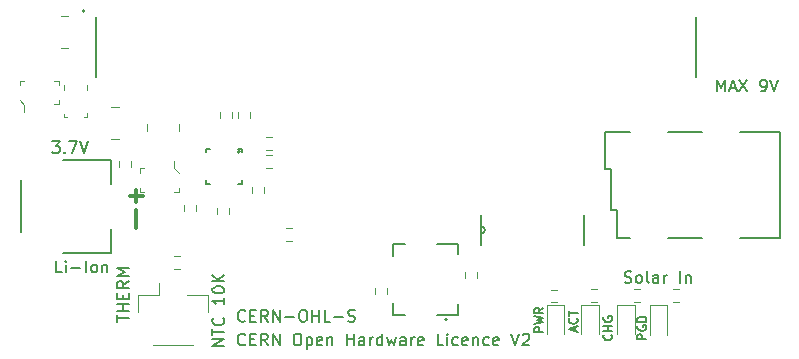
<source format=gbr>
%TF.GenerationSoftware,KiCad,Pcbnew,8.0.1*%
%TF.CreationDate,2024-04-10T20:13:32+08:00*%
%TF.ProjectId,Photon_Power_Zero_PCB_r1_01,50686f74-6f6e-45f5-906f-7765725f5a65,rev?*%
%TF.SameCoordinates,Original*%
%TF.FileFunction,Legend,Top*%
%TF.FilePolarity,Positive*%
%FSLAX46Y46*%
G04 Gerber Fmt 4.6, Leading zero omitted, Abs format (unit mm)*
G04 Created by KiCad (PCBNEW 8.0.1) date 2024-04-10 20:13:32*
%MOMM*%
%LPD*%
G01*
G04 APERTURE LIST*
%ADD10C,0.187500*%
%ADD11C,0.200000*%
%ADD12C,0.300000*%
%ADD13C,0.120000*%
%ADD14C,0.152400*%
%ADD15C,0.100000*%
%ADD16C,0.127000*%
G04 APERTURE END LIST*
D10*
X178874178Y-104193787D02*
X178874178Y-103836645D01*
X179088464Y-104265216D02*
X178338464Y-104015216D01*
X178338464Y-104015216D02*
X179088464Y-103765216D01*
X179017035Y-103086645D02*
X179052750Y-103122359D01*
X179052750Y-103122359D02*
X179088464Y-103229502D01*
X179088464Y-103229502D02*
X179088464Y-103300930D01*
X179088464Y-103300930D02*
X179052750Y-103408073D01*
X179052750Y-103408073D02*
X178981321Y-103479502D01*
X178981321Y-103479502D02*
X178909892Y-103515216D01*
X178909892Y-103515216D02*
X178767035Y-103550930D01*
X178767035Y-103550930D02*
X178659892Y-103550930D01*
X178659892Y-103550930D02*
X178517035Y-103515216D01*
X178517035Y-103515216D02*
X178445607Y-103479502D01*
X178445607Y-103479502D02*
X178374178Y-103408073D01*
X178374178Y-103408073D02*
X178338464Y-103300930D01*
X178338464Y-103300930D02*
X178338464Y-103229502D01*
X178338464Y-103229502D02*
X178374178Y-103122359D01*
X178374178Y-103122359D02*
X178409892Y-103086645D01*
X178338464Y-102872359D02*
X178338464Y-102443788D01*
X179088464Y-102658073D02*
X178338464Y-102658073D01*
D11*
X149167219Y-105430326D02*
X148167219Y-105430326D01*
X148167219Y-105430326D02*
X149167219Y-104858898D01*
X149167219Y-104858898D02*
X148167219Y-104858898D01*
X148167219Y-104525564D02*
X148167219Y-103954136D01*
X149167219Y-104239850D02*
X148167219Y-104239850D01*
X149071980Y-103049374D02*
X149119600Y-103096993D01*
X149119600Y-103096993D02*
X149167219Y-103239850D01*
X149167219Y-103239850D02*
X149167219Y-103335088D01*
X149167219Y-103335088D02*
X149119600Y-103477945D01*
X149119600Y-103477945D02*
X149024361Y-103573183D01*
X149024361Y-103573183D02*
X148929123Y-103620802D01*
X148929123Y-103620802D02*
X148738647Y-103668421D01*
X148738647Y-103668421D02*
X148595790Y-103668421D01*
X148595790Y-103668421D02*
X148405314Y-103620802D01*
X148405314Y-103620802D02*
X148310076Y-103573183D01*
X148310076Y-103573183D02*
X148214838Y-103477945D01*
X148214838Y-103477945D02*
X148167219Y-103335088D01*
X148167219Y-103335088D02*
X148167219Y-103239850D01*
X148167219Y-103239850D02*
X148214838Y-103096993D01*
X148214838Y-103096993D02*
X148262457Y-103049374D01*
X149167219Y-101335088D02*
X149167219Y-101906516D01*
X149167219Y-101620802D02*
X148167219Y-101620802D01*
X148167219Y-101620802D02*
X148310076Y-101716040D01*
X148310076Y-101716040D02*
X148405314Y-101811278D01*
X148405314Y-101811278D02*
X148452933Y-101906516D01*
X148167219Y-100716040D02*
X148167219Y-100620802D01*
X148167219Y-100620802D02*
X148214838Y-100525564D01*
X148214838Y-100525564D02*
X148262457Y-100477945D01*
X148262457Y-100477945D02*
X148357695Y-100430326D01*
X148357695Y-100430326D02*
X148548171Y-100382707D01*
X148548171Y-100382707D02*
X148786266Y-100382707D01*
X148786266Y-100382707D02*
X148976742Y-100430326D01*
X148976742Y-100430326D02*
X149071980Y-100477945D01*
X149071980Y-100477945D02*
X149119600Y-100525564D01*
X149119600Y-100525564D02*
X149167219Y-100620802D01*
X149167219Y-100620802D02*
X149167219Y-100716040D01*
X149167219Y-100716040D02*
X149119600Y-100811278D01*
X149119600Y-100811278D02*
X149071980Y-100858897D01*
X149071980Y-100858897D02*
X148976742Y-100906516D01*
X148976742Y-100906516D02*
X148786266Y-100954135D01*
X148786266Y-100954135D02*
X148548171Y-100954135D01*
X148548171Y-100954135D02*
X148357695Y-100906516D01*
X148357695Y-100906516D02*
X148262457Y-100858897D01*
X148262457Y-100858897D02*
X148214838Y-100811278D01*
X148214838Y-100811278D02*
X148167219Y-100716040D01*
X149167219Y-99954135D02*
X148167219Y-99954135D01*
X149167219Y-99382707D02*
X148595790Y-99811278D01*
X148167219Y-99382707D02*
X148738647Y-99954135D01*
D10*
X181937035Y-104459502D02*
X181972750Y-104495216D01*
X181972750Y-104495216D02*
X182008464Y-104602359D01*
X182008464Y-104602359D02*
X182008464Y-104673787D01*
X182008464Y-104673787D02*
X181972750Y-104780930D01*
X181972750Y-104780930D02*
X181901321Y-104852359D01*
X181901321Y-104852359D02*
X181829892Y-104888073D01*
X181829892Y-104888073D02*
X181687035Y-104923787D01*
X181687035Y-104923787D02*
X181579892Y-104923787D01*
X181579892Y-104923787D02*
X181437035Y-104888073D01*
X181437035Y-104888073D02*
X181365607Y-104852359D01*
X181365607Y-104852359D02*
X181294178Y-104780930D01*
X181294178Y-104780930D02*
X181258464Y-104673787D01*
X181258464Y-104673787D02*
X181258464Y-104602359D01*
X181258464Y-104602359D02*
X181294178Y-104495216D01*
X181294178Y-104495216D02*
X181329892Y-104459502D01*
X182008464Y-104138073D02*
X181258464Y-104138073D01*
X181615607Y-104138073D02*
X181615607Y-103709502D01*
X182008464Y-103709502D02*
X181258464Y-103709502D01*
X181294178Y-102959502D02*
X181258464Y-103030931D01*
X181258464Y-103030931D02*
X181258464Y-103138073D01*
X181258464Y-103138073D02*
X181294178Y-103245216D01*
X181294178Y-103245216D02*
X181365607Y-103316645D01*
X181365607Y-103316645D02*
X181437035Y-103352359D01*
X181437035Y-103352359D02*
X181579892Y-103388073D01*
X181579892Y-103388073D02*
X181687035Y-103388073D01*
X181687035Y-103388073D02*
X181829892Y-103352359D01*
X181829892Y-103352359D02*
X181901321Y-103316645D01*
X181901321Y-103316645D02*
X181972750Y-103245216D01*
X181972750Y-103245216D02*
X182008464Y-103138073D01*
X182008464Y-103138073D02*
X182008464Y-103066645D01*
X182008464Y-103066645D02*
X181972750Y-102959502D01*
X181972750Y-102959502D02*
X181937035Y-102923788D01*
X181937035Y-102923788D02*
X181687035Y-102923788D01*
X181687035Y-102923788D02*
X181687035Y-103066645D01*
D11*
X183062054Y-100039600D02*
X183204911Y-100087219D01*
X183204911Y-100087219D02*
X183443006Y-100087219D01*
X183443006Y-100087219D02*
X183538244Y-100039600D01*
X183538244Y-100039600D02*
X183585863Y-99991980D01*
X183585863Y-99991980D02*
X183633482Y-99896742D01*
X183633482Y-99896742D02*
X183633482Y-99801504D01*
X183633482Y-99801504D02*
X183585863Y-99706266D01*
X183585863Y-99706266D02*
X183538244Y-99658647D01*
X183538244Y-99658647D02*
X183443006Y-99611028D01*
X183443006Y-99611028D02*
X183252530Y-99563409D01*
X183252530Y-99563409D02*
X183157292Y-99515790D01*
X183157292Y-99515790D02*
X183109673Y-99468171D01*
X183109673Y-99468171D02*
X183062054Y-99372933D01*
X183062054Y-99372933D02*
X183062054Y-99277695D01*
X183062054Y-99277695D02*
X183109673Y-99182457D01*
X183109673Y-99182457D02*
X183157292Y-99134838D01*
X183157292Y-99134838D02*
X183252530Y-99087219D01*
X183252530Y-99087219D02*
X183490625Y-99087219D01*
X183490625Y-99087219D02*
X183633482Y-99134838D01*
X184204911Y-100087219D02*
X184109673Y-100039600D01*
X184109673Y-100039600D02*
X184062054Y-99991980D01*
X184062054Y-99991980D02*
X184014435Y-99896742D01*
X184014435Y-99896742D02*
X184014435Y-99611028D01*
X184014435Y-99611028D02*
X184062054Y-99515790D01*
X184062054Y-99515790D02*
X184109673Y-99468171D01*
X184109673Y-99468171D02*
X184204911Y-99420552D01*
X184204911Y-99420552D02*
X184347768Y-99420552D01*
X184347768Y-99420552D02*
X184443006Y-99468171D01*
X184443006Y-99468171D02*
X184490625Y-99515790D01*
X184490625Y-99515790D02*
X184538244Y-99611028D01*
X184538244Y-99611028D02*
X184538244Y-99896742D01*
X184538244Y-99896742D02*
X184490625Y-99991980D01*
X184490625Y-99991980D02*
X184443006Y-100039600D01*
X184443006Y-100039600D02*
X184347768Y-100087219D01*
X184347768Y-100087219D02*
X184204911Y-100087219D01*
X185109673Y-100087219D02*
X185014435Y-100039600D01*
X185014435Y-100039600D02*
X184966816Y-99944361D01*
X184966816Y-99944361D02*
X184966816Y-99087219D01*
X185919197Y-100087219D02*
X185919197Y-99563409D01*
X185919197Y-99563409D02*
X185871578Y-99468171D01*
X185871578Y-99468171D02*
X185776340Y-99420552D01*
X185776340Y-99420552D02*
X185585864Y-99420552D01*
X185585864Y-99420552D02*
X185490626Y-99468171D01*
X185919197Y-100039600D02*
X185823959Y-100087219D01*
X185823959Y-100087219D02*
X185585864Y-100087219D01*
X185585864Y-100087219D02*
X185490626Y-100039600D01*
X185490626Y-100039600D02*
X185443007Y-99944361D01*
X185443007Y-99944361D02*
X185443007Y-99849123D01*
X185443007Y-99849123D02*
X185490626Y-99753885D01*
X185490626Y-99753885D02*
X185585864Y-99706266D01*
X185585864Y-99706266D02*
X185823959Y-99706266D01*
X185823959Y-99706266D02*
X185919197Y-99658647D01*
X186395388Y-100087219D02*
X186395388Y-99420552D01*
X186395388Y-99611028D02*
X186443007Y-99515790D01*
X186443007Y-99515790D02*
X186490626Y-99468171D01*
X186490626Y-99468171D02*
X186585864Y-99420552D01*
X186585864Y-99420552D02*
X186681102Y-99420552D01*
X187776341Y-100087219D02*
X187776341Y-99087219D01*
X188252531Y-99420552D02*
X188252531Y-100087219D01*
X188252531Y-99515790D02*
X188300150Y-99468171D01*
X188300150Y-99468171D02*
X188395388Y-99420552D01*
X188395388Y-99420552D02*
X188538245Y-99420552D01*
X188538245Y-99420552D02*
X188633483Y-99468171D01*
X188633483Y-99468171D02*
X188681102Y-99563409D01*
X188681102Y-99563409D02*
X188681102Y-100087219D01*
X134604435Y-88097219D02*
X135223482Y-88097219D01*
X135223482Y-88097219D02*
X134890149Y-88478171D01*
X134890149Y-88478171D02*
X135033006Y-88478171D01*
X135033006Y-88478171D02*
X135128244Y-88525790D01*
X135128244Y-88525790D02*
X135175863Y-88573409D01*
X135175863Y-88573409D02*
X135223482Y-88668647D01*
X135223482Y-88668647D02*
X135223482Y-88906742D01*
X135223482Y-88906742D02*
X135175863Y-89001980D01*
X135175863Y-89001980D02*
X135128244Y-89049600D01*
X135128244Y-89049600D02*
X135033006Y-89097219D01*
X135033006Y-89097219D02*
X134747292Y-89097219D01*
X134747292Y-89097219D02*
X134652054Y-89049600D01*
X134652054Y-89049600D02*
X134604435Y-89001980D01*
X135652054Y-89001980D02*
X135699673Y-89049600D01*
X135699673Y-89049600D02*
X135652054Y-89097219D01*
X135652054Y-89097219D02*
X135604435Y-89049600D01*
X135604435Y-89049600D02*
X135652054Y-89001980D01*
X135652054Y-89001980D02*
X135652054Y-89097219D01*
X136033006Y-88097219D02*
X136699672Y-88097219D01*
X136699672Y-88097219D02*
X136271101Y-89097219D01*
X136937768Y-88097219D02*
X137271101Y-89097219D01*
X137271101Y-89097219D02*
X137604434Y-88097219D01*
X190869673Y-83867219D02*
X190869673Y-82867219D01*
X190869673Y-82867219D02*
X191203006Y-83581504D01*
X191203006Y-83581504D02*
X191536339Y-82867219D01*
X191536339Y-82867219D02*
X191536339Y-83867219D01*
X191964911Y-83581504D02*
X192441101Y-83581504D01*
X191869673Y-83867219D02*
X192203006Y-82867219D01*
X192203006Y-82867219D02*
X192536339Y-83867219D01*
X192774435Y-82867219D02*
X193441101Y-83867219D01*
X193441101Y-82867219D02*
X192774435Y-83867219D01*
X194631578Y-83867219D02*
X194822054Y-83867219D01*
X194822054Y-83867219D02*
X194917292Y-83819600D01*
X194917292Y-83819600D02*
X194964911Y-83771980D01*
X194964911Y-83771980D02*
X195060149Y-83629123D01*
X195060149Y-83629123D02*
X195107768Y-83438647D01*
X195107768Y-83438647D02*
X195107768Y-83057695D01*
X195107768Y-83057695D02*
X195060149Y-82962457D01*
X195060149Y-82962457D02*
X195012530Y-82914838D01*
X195012530Y-82914838D02*
X194917292Y-82867219D01*
X194917292Y-82867219D02*
X194726816Y-82867219D01*
X194726816Y-82867219D02*
X194631578Y-82914838D01*
X194631578Y-82914838D02*
X194583959Y-82962457D01*
X194583959Y-82962457D02*
X194536340Y-83057695D01*
X194536340Y-83057695D02*
X194536340Y-83295790D01*
X194536340Y-83295790D02*
X194583959Y-83391028D01*
X194583959Y-83391028D02*
X194631578Y-83438647D01*
X194631578Y-83438647D02*
X194726816Y-83486266D01*
X194726816Y-83486266D02*
X194917292Y-83486266D01*
X194917292Y-83486266D02*
X195012530Y-83438647D01*
X195012530Y-83438647D02*
X195060149Y-83391028D01*
X195060149Y-83391028D02*
X195107768Y-83295790D01*
X195393483Y-82867219D02*
X195726816Y-83867219D01*
X195726816Y-83867219D02*
X196060149Y-82867219D01*
D10*
X184898464Y-104858073D02*
X184148464Y-104858073D01*
X184148464Y-104858073D02*
X184148464Y-104572359D01*
X184148464Y-104572359D02*
X184184178Y-104500930D01*
X184184178Y-104500930D02*
X184219892Y-104465216D01*
X184219892Y-104465216D02*
X184291321Y-104429502D01*
X184291321Y-104429502D02*
X184398464Y-104429502D01*
X184398464Y-104429502D02*
X184469892Y-104465216D01*
X184469892Y-104465216D02*
X184505607Y-104500930D01*
X184505607Y-104500930D02*
X184541321Y-104572359D01*
X184541321Y-104572359D02*
X184541321Y-104858073D01*
X184184178Y-103715216D02*
X184148464Y-103786645D01*
X184148464Y-103786645D02*
X184148464Y-103893787D01*
X184148464Y-103893787D02*
X184184178Y-104000930D01*
X184184178Y-104000930D02*
X184255607Y-104072359D01*
X184255607Y-104072359D02*
X184327035Y-104108073D01*
X184327035Y-104108073D02*
X184469892Y-104143787D01*
X184469892Y-104143787D02*
X184577035Y-104143787D01*
X184577035Y-104143787D02*
X184719892Y-104108073D01*
X184719892Y-104108073D02*
X184791321Y-104072359D01*
X184791321Y-104072359D02*
X184862750Y-104000930D01*
X184862750Y-104000930D02*
X184898464Y-103893787D01*
X184898464Y-103893787D02*
X184898464Y-103822359D01*
X184898464Y-103822359D02*
X184862750Y-103715216D01*
X184862750Y-103715216D02*
X184827035Y-103679502D01*
X184827035Y-103679502D02*
X184577035Y-103679502D01*
X184577035Y-103679502D02*
X184577035Y-103822359D01*
X184898464Y-103358073D02*
X184148464Y-103358073D01*
X184148464Y-103358073D02*
X184148464Y-103179502D01*
X184148464Y-103179502D02*
X184184178Y-103072359D01*
X184184178Y-103072359D02*
X184255607Y-103000930D01*
X184255607Y-103000930D02*
X184327035Y-102965216D01*
X184327035Y-102965216D02*
X184469892Y-102929502D01*
X184469892Y-102929502D02*
X184577035Y-102929502D01*
X184577035Y-102929502D02*
X184719892Y-102965216D01*
X184719892Y-102965216D02*
X184791321Y-103000930D01*
X184791321Y-103000930D02*
X184862750Y-103072359D01*
X184862750Y-103072359D02*
X184898464Y-103179502D01*
X184898464Y-103179502D02*
X184898464Y-103358073D01*
D11*
X150941101Y-105271980D02*
X150893482Y-105319600D01*
X150893482Y-105319600D02*
X150750625Y-105367219D01*
X150750625Y-105367219D02*
X150655387Y-105367219D01*
X150655387Y-105367219D02*
X150512530Y-105319600D01*
X150512530Y-105319600D02*
X150417292Y-105224361D01*
X150417292Y-105224361D02*
X150369673Y-105129123D01*
X150369673Y-105129123D02*
X150322054Y-104938647D01*
X150322054Y-104938647D02*
X150322054Y-104795790D01*
X150322054Y-104795790D02*
X150369673Y-104605314D01*
X150369673Y-104605314D02*
X150417292Y-104510076D01*
X150417292Y-104510076D02*
X150512530Y-104414838D01*
X150512530Y-104414838D02*
X150655387Y-104367219D01*
X150655387Y-104367219D02*
X150750625Y-104367219D01*
X150750625Y-104367219D02*
X150893482Y-104414838D01*
X150893482Y-104414838D02*
X150941101Y-104462457D01*
X151369673Y-104843409D02*
X151703006Y-104843409D01*
X151845863Y-105367219D02*
X151369673Y-105367219D01*
X151369673Y-105367219D02*
X151369673Y-104367219D01*
X151369673Y-104367219D02*
X151845863Y-104367219D01*
X152845863Y-105367219D02*
X152512530Y-104891028D01*
X152274435Y-105367219D02*
X152274435Y-104367219D01*
X152274435Y-104367219D02*
X152655387Y-104367219D01*
X152655387Y-104367219D02*
X152750625Y-104414838D01*
X152750625Y-104414838D02*
X152798244Y-104462457D01*
X152798244Y-104462457D02*
X152845863Y-104557695D01*
X152845863Y-104557695D02*
X152845863Y-104700552D01*
X152845863Y-104700552D02*
X152798244Y-104795790D01*
X152798244Y-104795790D02*
X152750625Y-104843409D01*
X152750625Y-104843409D02*
X152655387Y-104891028D01*
X152655387Y-104891028D02*
X152274435Y-104891028D01*
X153274435Y-105367219D02*
X153274435Y-104367219D01*
X153274435Y-104367219D02*
X153845863Y-105367219D01*
X153845863Y-105367219D02*
X153845863Y-104367219D01*
X155274435Y-104367219D02*
X155464911Y-104367219D01*
X155464911Y-104367219D02*
X155560149Y-104414838D01*
X155560149Y-104414838D02*
X155655387Y-104510076D01*
X155655387Y-104510076D02*
X155703006Y-104700552D01*
X155703006Y-104700552D02*
X155703006Y-105033885D01*
X155703006Y-105033885D02*
X155655387Y-105224361D01*
X155655387Y-105224361D02*
X155560149Y-105319600D01*
X155560149Y-105319600D02*
X155464911Y-105367219D01*
X155464911Y-105367219D02*
X155274435Y-105367219D01*
X155274435Y-105367219D02*
X155179197Y-105319600D01*
X155179197Y-105319600D02*
X155083959Y-105224361D01*
X155083959Y-105224361D02*
X155036340Y-105033885D01*
X155036340Y-105033885D02*
X155036340Y-104700552D01*
X155036340Y-104700552D02*
X155083959Y-104510076D01*
X155083959Y-104510076D02*
X155179197Y-104414838D01*
X155179197Y-104414838D02*
X155274435Y-104367219D01*
X156131578Y-104700552D02*
X156131578Y-105700552D01*
X156131578Y-104748171D02*
X156226816Y-104700552D01*
X156226816Y-104700552D02*
X156417292Y-104700552D01*
X156417292Y-104700552D02*
X156512530Y-104748171D01*
X156512530Y-104748171D02*
X156560149Y-104795790D01*
X156560149Y-104795790D02*
X156607768Y-104891028D01*
X156607768Y-104891028D02*
X156607768Y-105176742D01*
X156607768Y-105176742D02*
X156560149Y-105271980D01*
X156560149Y-105271980D02*
X156512530Y-105319600D01*
X156512530Y-105319600D02*
X156417292Y-105367219D01*
X156417292Y-105367219D02*
X156226816Y-105367219D01*
X156226816Y-105367219D02*
X156131578Y-105319600D01*
X157417292Y-105319600D02*
X157322054Y-105367219D01*
X157322054Y-105367219D02*
X157131578Y-105367219D01*
X157131578Y-105367219D02*
X157036340Y-105319600D01*
X157036340Y-105319600D02*
X156988721Y-105224361D01*
X156988721Y-105224361D02*
X156988721Y-104843409D01*
X156988721Y-104843409D02*
X157036340Y-104748171D01*
X157036340Y-104748171D02*
X157131578Y-104700552D01*
X157131578Y-104700552D02*
X157322054Y-104700552D01*
X157322054Y-104700552D02*
X157417292Y-104748171D01*
X157417292Y-104748171D02*
X157464911Y-104843409D01*
X157464911Y-104843409D02*
X157464911Y-104938647D01*
X157464911Y-104938647D02*
X156988721Y-105033885D01*
X157893483Y-104700552D02*
X157893483Y-105367219D01*
X157893483Y-104795790D02*
X157941102Y-104748171D01*
X157941102Y-104748171D02*
X158036340Y-104700552D01*
X158036340Y-104700552D02*
X158179197Y-104700552D01*
X158179197Y-104700552D02*
X158274435Y-104748171D01*
X158274435Y-104748171D02*
X158322054Y-104843409D01*
X158322054Y-104843409D02*
X158322054Y-105367219D01*
X159560150Y-105367219D02*
X159560150Y-104367219D01*
X159560150Y-104843409D02*
X160131578Y-104843409D01*
X160131578Y-105367219D02*
X160131578Y-104367219D01*
X161036340Y-105367219D02*
X161036340Y-104843409D01*
X161036340Y-104843409D02*
X160988721Y-104748171D01*
X160988721Y-104748171D02*
X160893483Y-104700552D01*
X160893483Y-104700552D02*
X160703007Y-104700552D01*
X160703007Y-104700552D02*
X160607769Y-104748171D01*
X161036340Y-105319600D02*
X160941102Y-105367219D01*
X160941102Y-105367219D02*
X160703007Y-105367219D01*
X160703007Y-105367219D02*
X160607769Y-105319600D01*
X160607769Y-105319600D02*
X160560150Y-105224361D01*
X160560150Y-105224361D02*
X160560150Y-105129123D01*
X160560150Y-105129123D02*
X160607769Y-105033885D01*
X160607769Y-105033885D02*
X160703007Y-104986266D01*
X160703007Y-104986266D02*
X160941102Y-104986266D01*
X160941102Y-104986266D02*
X161036340Y-104938647D01*
X161512531Y-105367219D02*
X161512531Y-104700552D01*
X161512531Y-104891028D02*
X161560150Y-104795790D01*
X161560150Y-104795790D02*
X161607769Y-104748171D01*
X161607769Y-104748171D02*
X161703007Y-104700552D01*
X161703007Y-104700552D02*
X161798245Y-104700552D01*
X162560150Y-105367219D02*
X162560150Y-104367219D01*
X162560150Y-105319600D02*
X162464912Y-105367219D01*
X162464912Y-105367219D02*
X162274436Y-105367219D01*
X162274436Y-105367219D02*
X162179198Y-105319600D01*
X162179198Y-105319600D02*
X162131579Y-105271980D01*
X162131579Y-105271980D02*
X162083960Y-105176742D01*
X162083960Y-105176742D02*
X162083960Y-104891028D01*
X162083960Y-104891028D02*
X162131579Y-104795790D01*
X162131579Y-104795790D02*
X162179198Y-104748171D01*
X162179198Y-104748171D02*
X162274436Y-104700552D01*
X162274436Y-104700552D02*
X162464912Y-104700552D01*
X162464912Y-104700552D02*
X162560150Y-104748171D01*
X162941103Y-104700552D02*
X163131579Y-105367219D01*
X163131579Y-105367219D02*
X163322055Y-104891028D01*
X163322055Y-104891028D02*
X163512531Y-105367219D01*
X163512531Y-105367219D02*
X163703007Y-104700552D01*
X164512531Y-105367219D02*
X164512531Y-104843409D01*
X164512531Y-104843409D02*
X164464912Y-104748171D01*
X164464912Y-104748171D02*
X164369674Y-104700552D01*
X164369674Y-104700552D02*
X164179198Y-104700552D01*
X164179198Y-104700552D02*
X164083960Y-104748171D01*
X164512531Y-105319600D02*
X164417293Y-105367219D01*
X164417293Y-105367219D02*
X164179198Y-105367219D01*
X164179198Y-105367219D02*
X164083960Y-105319600D01*
X164083960Y-105319600D02*
X164036341Y-105224361D01*
X164036341Y-105224361D02*
X164036341Y-105129123D01*
X164036341Y-105129123D02*
X164083960Y-105033885D01*
X164083960Y-105033885D02*
X164179198Y-104986266D01*
X164179198Y-104986266D02*
X164417293Y-104986266D01*
X164417293Y-104986266D02*
X164512531Y-104938647D01*
X164988722Y-105367219D02*
X164988722Y-104700552D01*
X164988722Y-104891028D02*
X165036341Y-104795790D01*
X165036341Y-104795790D02*
X165083960Y-104748171D01*
X165083960Y-104748171D02*
X165179198Y-104700552D01*
X165179198Y-104700552D02*
X165274436Y-104700552D01*
X165988722Y-105319600D02*
X165893484Y-105367219D01*
X165893484Y-105367219D02*
X165703008Y-105367219D01*
X165703008Y-105367219D02*
X165607770Y-105319600D01*
X165607770Y-105319600D02*
X165560151Y-105224361D01*
X165560151Y-105224361D02*
X165560151Y-104843409D01*
X165560151Y-104843409D02*
X165607770Y-104748171D01*
X165607770Y-104748171D02*
X165703008Y-104700552D01*
X165703008Y-104700552D02*
X165893484Y-104700552D01*
X165893484Y-104700552D02*
X165988722Y-104748171D01*
X165988722Y-104748171D02*
X166036341Y-104843409D01*
X166036341Y-104843409D02*
X166036341Y-104938647D01*
X166036341Y-104938647D02*
X165560151Y-105033885D01*
X167703008Y-105367219D02*
X167226818Y-105367219D01*
X167226818Y-105367219D02*
X167226818Y-104367219D01*
X168036342Y-105367219D02*
X168036342Y-104700552D01*
X168036342Y-104367219D02*
X167988723Y-104414838D01*
X167988723Y-104414838D02*
X168036342Y-104462457D01*
X168036342Y-104462457D02*
X168083961Y-104414838D01*
X168083961Y-104414838D02*
X168036342Y-104367219D01*
X168036342Y-104367219D02*
X168036342Y-104462457D01*
X168941103Y-105319600D02*
X168845865Y-105367219D01*
X168845865Y-105367219D02*
X168655389Y-105367219D01*
X168655389Y-105367219D02*
X168560151Y-105319600D01*
X168560151Y-105319600D02*
X168512532Y-105271980D01*
X168512532Y-105271980D02*
X168464913Y-105176742D01*
X168464913Y-105176742D02*
X168464913Y-104891028D01*
X168464913Y-104891028D02*
X168512532Y-104795790D01*
X168512532Y-104795790D02*
X168560151Y-104748171D01*
X168560151Y-104748171D02*
X168655389Y-104700552D01*
X168655389Y-104700552D02*
X168845865Y-104700552D01*
X168845865Y-104700552D02*
X168941103Y-104748171D01*
X169750627Y-105319600D02*
X169655389Y-105367219D01*
X169655389Y-105367219D02*
X169464913Y-105367219D01*
X169464913Y-105367219D02*
X169369675Y-105319600D01*
X169369675Y-105319600D02*
X169322056Y-105224361D01*
X169322056Y-105224361D02*
X169322056Y-104843409D01*
X169322056Y-104843409D02*
X169369675Y-104748171D01*
X169369675Y-104748171D02*
X169464913Y-104700552D01*
X169464913Y-104700552D02*
X169655389Y-104700552D01*
X169655389Y-104700552D02*
X169750627Y-104748171D01*
X169750627Y-104748171D02*
X169798246Y-104843409D01*
X169798246Y-104843409D02*
X169798246Y-104938647D01*
X169798246Y-104938647D02*
X169322056Y-105033885D01*
X170226818Y-104700552D02*
X170226818Y-105367219D01*
X170226818Y-104795790D02*
X170274437Y-104748171D01*
X170274437Y-104748171D02*
X170369675Y-104700552D01*
X170369675Y-104700552D02*
X170512532Y-104700552D01*
X170512532Y-104700552D02*
X170607770Y-104748171D01*
X170607770Y-104748171D02*
X170655389Y-104843409D01*
X170655389Y-104843409D02*
X170655389Y-105367219D01*
X171560151Y-105319600D02*
X171464913Y-105367219D01*
X171464913Y-105367219D02*
X171274437Y-105367219D01*
X171274437Y-105367219D02*
X171179199Y-105319600D01*
X171179199Y-105319600D02*
X171131580Y-105271980D01*
X171131580Y-105271980D02*
X171083961Y-105176742D01*
X171083961Y-105176742D02*
X171083961Y-104891028D01*
X171083961Y-104891028D02*
X171131580Y-104795790D01*
X171131580Y-104795790D02*
X171179199Y-104748171D01*
X171179199Y-104748171D02*
X171274437Y-104700552D01*
X171274437Y-104700552D02*
X171464913Y-104700552D01*
X171464913Y-104700552D02*
X171560151Y-104748171D01*
X172369675Y-105319600D02*
X172274437Y-105367219D01*
X172274437Y-105367219D02*
X172083961Y-105367219D01*
X172083961Y-105367219D02*
X171988723Y-105319600D01*
X171988723Y-105319600D02*
X171941104Y-105224361D01*
X171941104Y-105224361D02*
X171941104Y-104843409D01*
X171941104Y-104843409D02*
X171988723Y-104748171D01*
X171988723Y-104748171D02*
X172083961Y-104700552D01*
X172083961Y-104700552D02*
X172274437Y-104700552D01*
X172274437Y-104700552D02*
X172369675Y-104748171D01*
X172369675Y-104748171D02*
X172417294Y-104843409D01*
X172417294Y-104843409D02*
X172417294Y-104938647D01*
X172417294Y-104938647D02*
X171941104Y-105033885D01*
X173464914Y-104367219D02*
X173798247Y-105367219D01*
X173798247Y-105367219D02*
X174131580Y-104367219D01*
X174417295Y-104462457D02*
X174464914Y-104414838D01*
X174464914Y-104414838D02*
X174560152Y-104367219D01*
X174560152Y-104367219D02*
X174798247Y-104367219D01*
X174798247Y-104367219D02*
X174893485Y-104414838D01*
X174893485Y-104414838D02*
X174941104Y-104462457D01*
X174941104Y-104462457D02*
X174988723Y-104557695D01*
X174988723Y-104557695D02*
X174988723Y-104652933D01*
X174988723Y-104652933D02*
X174941104Y-104795790D01*
X174941104Y-104795790D02*
X174369676Y-105367219D01*
X174369676Y-105367219D02*
X174988723Y-105367219D01*
D12*
X141707733Y-95436441D02*
X141707733Y-93912632D01*
D11*
X135405863Y-99197219D02*
X134929673Y-99197219D01*
X134929673Y-99197219D02*
X134929673Y-98197219D01*
X135739197Y-99197219D02*
X135739197Y-98530552D01*
X135739197Y-98197219D02*
X135691578Y-98244838D01*
X135691578Y-98244838D02*
X135739197Y-98292457D01*
X135739197Y-98292457D02*
X135786816Y-98244838D01*
X135786816Y-98244838D02*
X135739197Y-98197219D01*
X135739197Y-98197219D02*
X135739197Y-98292457D01*
X136215387Y-98816266D02*
X136977292Y-98816266D01*
X137453482Y-99197219D02*
X137453482Y-98197219D01*
X138072529Y-99197219D02*
X137977291Y-99149600D01*
X137977291Y-99149600D02*
X137929672Y-99101980D01*
X137929672Y-99101980D02*
X137882053Y-99006742D01*
X137882053Y-99006742D02*
X137882053Y-98721028D01*
X137882053Y-98721028D02*
X137929672Y-98625790D01*
X137929672Y-98625790D02*
X137977291Y-98578171D01*
X137977291Y-98578171D02*
X138072529Y-98530552D01*
X138072529Y-98530552D02*
X138215386Y-98530552D01*
X138215386Y-98530552D02*
X138310624Y-98578171D01*
X138310624Y-98578171D02*
X138358243Y-98625790D01*
X138358243Y-98625790D02*
X138405862Y-98721028D01*
X138405862Y-98721028D02*
X138405862Y-99006742D01*
X138405862Y-99006742D02*
X138358243Y-99101980D01*
X138358243Y-99101980D02*
X138310624Y-99149600D01*
X138310624Y-99149600D02*
X138215386Y-99197219D01*
X138215386Y-99197219D02*
X138072529Y-99197219D01*
X138834434Y-98530552D02*
X138834434Y-99197219D01*
X138834434Y-98625790D02*
X138882053Y-98578171D01*
X138882053Y-98578171D02*
X138977291Y-98530552D01*
X138977291Y-98530552D02*
X139120148Y-98530552D01*
X139120148Y-98530552D02*
X139215386Y-98578171D01*
X139215386Y-98578171D02*
X139263005Y-98673409D01*
X139263005Y-98673409D02*
X139263005Y-99197219D01*
X140077219Y-103373183D02*
X140077219Y-102801755D01*
X141077219Y-103087469D02*
X140077219Y-103087469D01*
X141077219Y-102468421D02*
X140077219Y-102468421D01*
X140553409Y-102468421D02*
X140553409Y-101896993D01*
X141077219Y-101896993D02*
X140077219Y-101896993D01*
X140553409Y-101420802D02*
X140553409Y-101087469D01*
X141077219Y-100944612D02*
X141077219Y-101420802D01*
X141077219Y-101420802D02*
X140077219Y-101420802D01*
X140077219Y-101420802D02*
X140077219Y-100944612D01*
X141077219Y-99944612D02*
X140601028Y-100277945D01*
X141077219Y-100516040D02*
X140077219Y-100516040D01*
X140077219Y-100516040D02*
X140077219Y-100135088D01*
X140077219Y-100135088D02*
X140124838Y-100039850D01*
X140124838Y-100039850D02*
X140172457Y-99992231D01*
X140172457Y-99992231D02*
X140267695Y-99944612D01*
X140267695Y-99944612D02*
X140410552Y-99944612D01*
X140410552Y-99944612D02*
X140505790Y-99992231D01*
X140505790Y-99992231D02*
X140553409Y-100039850D01*
X140553409Y-100039850D02*
X140601028Y-100135088D01*
X140601028Y-100135088D02*
X140601028Y-100516040D01*
X141077219Y-99516040D02*
X140077219Y-99516040D01*
X140077219Y-99516040D02*
X140791504Y-99182707D01*
X140791504Y-99182707D02*
X140077219Y-98849374D01*
X140077219Y-98849374D02*
X141077219Y-98849374D01*
D10*
X176178464Y-104218073D02*
X175428464Y-104218073D01*
X175428464Y-104218073D02*
X175428464Y-103932359D01*
X175428464Y-103932359D02*
X175464178Y-103860930D01*
X175464178Y-103860930D02*
X175499892Y-103825216D01*
X175499892Y-103825216D02*
X175571321Y-103789502D01*
X175571321Y-103789502D02*
X175678464Y-103789502D01*
X175678464Y-103789502D02*
X175749892Y-103825216D01*
X175749892Y-103825216D02*
X175785607Y-103860930D01*
X175785607Y-103860930D02*
X175821321Y-103932359D01*
X175821321Y-103932359D02*
X175821321Y-104218073D01*
X175428464Y-103539502D02*
X176178464Y-103360930D01*
X176178464Y-103360930D02*
X175642750Y-103218073D01*
X175642750Y-103218073D02*
X176178464Y-103075216D01*
X176178464Y-103075216D02*
X175428464Y-102896645D01*
X176178464Y-102182359D02*
X175821321Y-102432359D01*
X176178464Y-102610930D02*
X175428464Y-102610930D01*
X175428464Y-102610930D02*
X175428464Y-102325216D01*
X175428464Y-102325216D02*
X175464178Y-102253787D01*
X175464178Y-102253787D02*
X175499892Y-102218073D01*
X175499892Y-102218073D02*
X175571321Y-102182359D01*
X175571321Y-102182359D02*
X175678464Y-102182359D01*
X175678464Y-102182359D02*
X175749892Y-102218073D01*
X175749892Y-102218073D02*
X175785607Y-102253787D01*
X175785607Y-102253787D02*
X175821321Y-102325216D01*
X175821321Y-102325216D02*
X175821321Y-102610930D01*
D11*
X150941101Y-103271980D02*
X150893482Y-103319600D01*
X150893482Y-103319600D02*
X150750625Y-103367219D01*
X150750625Y-103367219D02*
X150655387Y-103367219D01*
X150655387Y-103367219D02*
X150512530Y-103319600D01*
X150512530Y-103319600D02*
X150417292Y-103224361D01*
X150417292Y-103224361D02*
X150369673Y-103129123D01*
X150369673Y-103129123D02*
X150322054Y-102938647D01*
X150322054Y-102938647D02*
X150322054Y-102795790D01*
X150322054Y-102795790D02*
X150369673Y-102605314D01*
X150369673Y-102605314D02*
X150417292Y-102510076D01*
X150417292Y-102510076D02*
X150512530Y-102414838D01*
X150512530Y-102414838D02*
X150655387Y-102367219D01*
X150655387Y-102367219D02*
X150750625Y-102367219D01*
X150750625Y-102367219D02*
X150893482Y-102414838D01*
X150893482Y-102414838D02*
X150941101Y-102462457D01*
X151369673Y-102843409D02*
X151703006Y-102843409D01*
X151845863Y-103367219D02*
X151369673Y-103367219D01*
X151369673Y-103367219D02*
X151369673Y-102367219D01*
X151369673Y-102367219D02*
X151845863Y-102367219D01*
X152845863Y-103367219D02*
X152512530Y-102891028D01*
X152274435Y-103367219D02*
X152274435Y-102367219D01*
X152274435Y-102367219D02*
X152655387Y-102367219D01*
X152655387Y-102367219D02*
X152750625Y-102414838D01*
X152750625Y-102414838D02*
X152798244Y-102462457D01*
X152798244Y-102462457D02*
X152845863Y-102557695D01*
X152845863Y-102557695D02*
X152845863Y-102700552D01*
X152845863Y-102700552D02*
X152798244Y-102795790D01*
X152798244Y-102795790D02*
X152750625Y-102843409D01*
X152750625Y-102843409D02*
X152655387Y-102891028D01*
X152655387Y-102891028D02*
X152274435Y-102891028D01*
X153274435Y-103367219D02*
X153274435Y-102367219D01*
X153274435Y-102367219D02*
X153845863Y-103367219D01*
X153845863Y-103367219D02*
X153845863Y-102367219D01*
X154322054Y-102986266D02*
X155083959Y-102986266D01*
X155750625Y-102367219D02*
X155941101Y-102367219D01*
X155941101Y-102367219D02*
X156036339Y-102414838D01*
X156036339Y-102414838D02*
X156131577Y-102510076D01*
X156131577Y-102510076D02*
X156179196Y-102700552D01*
X156179196Y-102700552D02*
X156179196Y-103033885D01*
X156179196Y-103033885D02*
X156131577Y-103224361D01*
X156131577Y-103224361D02*
X156036339Y-103319600D01*
X156036339Y-103319600D02*
X155941101Y-103367219D01*
X155941101Y-103367219D02*
X155750625Y-103367219D01*
X155750625Y-103367219D02*
X155655387Y-103319600D01*
X155655387Y-103319600D02*
X155560149Y-103224361D01*
X155560149Y-103224361D02*
X155512530Y-103033885D01*
X155512530Y-103033885D02*
X155512530Y-102700552D01*
X155512530Y-102700552D02*
X155560149Y-102510076D01*
X155560149Y-102510076D02*
X155655387Y-102414838D01*
X155655387Y-102414838D02*
X155750625Y-102367219D01*
X156607768Y-103367219D02*
X156607768Y-102367219D01*
X156607768Y-102843409D02*
X157179196Y-102843409D01*
X157179196Y-103367219D02*
X157179196Y-102367219D01*
X158131577Y-103367219D02*
X157655387Y-103367219D01*
X157655387Y-103367219D02*
X157655387Y-102367219D01*
X158464911Y-102986266D02*
X159226816Y-102986266D01*
X159655387Y-103319600D02*
X159798244Y-103367219D01*
X159798244Y-103367219D02*
X160036339Y-103367219D01*
X160036339Y-103367219D02*
X160131577Y-103319600D01*
X160131577Y-103319600D02*
X160179196Y-103271980D01*
X160179196Y-103271980D02*
X160226815Y-103176742D01*
X160226815Y-103176742D02*
X160226815Y-103081504D01*
X160226815Y-103081504D02*
X160179196Y-102986266D01*
X160179196Y-102986266D02*
X160131577Y-102938647D01*
X160131577Y-102938647D02*
X160036339Y-102891028D01*
X160036339Y-102891028D02*
X159845863Y-102843409D01*
X159845863Y-102843409D02*
X159750625Y-102795790D01*
X159750625Y-102795790D02*
X159703006Y-102748171D01*
X159703006Y-102748171D02*
X159655387Y-102652933D01*
X159655387Y-102652933D02*
X159655387Y-102557695D01*
X159655387Y-102557695D02*
X159703006Y-102462457D01*
X159703006Y-102462457D02*
X159750625Y-102414838D01*
X159750625Y-102414838D02*
X159845863Y-102367219D01*
X159845863Y-102367219D02*
X160083958Y-102367219D01*
X160083958Y-102367219D02*
X160226815Y-102414838D01*
D12*
X141709733Y-93259298D02*
X141709733Y-92192632D01*
X142243066Y-92725965D02*
X141176400Y-92725965D01*
D13*
%TO.C,R1*%
X140247500Y-90294724D02*
X140247500Y-89785276D01*
X141292500Y-90294724D02*
X141292500Y-89785276D01*
D14*
%TO.C,U1*%
X170916200Y-94308400D02*
X170916200Y-95299000D01*
X170916200Y-95299000D02*
X170916200Y-95908600D01*
X170916200Y-95908600D02*
X170916200Y-96899200D01*
X179653800Y-96899200D02*
X179653800Y-94308400D01*
X170916200Y-95299000D02*
G75*
G02*
X170916200Y-95908600I0J-304800D01*
G01*
D13*
%TO.C,D1*%
X185175000Y-101995000D02*
X185175000Y-104455000D01*
X186645000Y-101995000D02*
X185175000Y-101995000D01*
X186645000Y-104455000D02*
X186645000Y-101995000D01*
%TO.C,C1*%
X148517500Y-94274724D02*
X148517500Y-93765276D01*
X149562500Y-94274724D02*
X149562500Y-93765276D01*
%TO.C,R4*%
X152695276Y-87757500D02*
X153204724Y-87757500D01*
X152695276Y-88802500D02*
X153204724Y-88802500D01*
%TO.C,R1*%
X148817500Y-86094724D02*
X148817500Y-85585276D01*
X149862500Y-86094724D02*
X149862500Y-85585276D01*
D15*
%TO.C,U4*%
X142000000Y-90390000D02*
X142350000Y-90390000D01*
X142000000Y-90740000D02*
X142000000Y-90390000D01*
X142000000Y-92390000D02*
X142000000Y-92040000D01*
X142350000Y-92390000D02*
X142000000Y-92390000D01*
X144950000Y-89740000D02*
X144950000Y-90340000D01*
X144950000Y-90340000D02*
X145300000Y-90790000D01*
X144950000Y-92390000D02*
X145300000Y-92390000D01*
X145300000Y-92390000D02*
X145300000Y-92040000D01*
D16*
%TO.C,J3*%
X181400000Y-87270000D02*
X181400000Y-90470000D01*
X181400000Y-90470000D02*
X181950000Y-90470000D01*
X181950000Y-90470000D02*
X181950000Y-93920000D01*
X181950000Y-93920000D02*
X182450000Y-93920000D01*
X182450000Y-93920000D02*
X182450000Y-96270000D01*
X182450000Y-96270000D02*
X183500000Y-96270000D01*
X183500000Y-87270000D02*
X181400000Y-87270000D01*
X186700000Y-96270000D02*
X189600000Y-96270000D01*
X189600000Y-87270000D02*
X186700000Y-87270000D01*
X192800000Y-96270000D02*
X196200000Y-96270000D01*
X196200000Y-87270000D02*
X192800000Y-87270000D01*
X196200000Y-96270000D02*
X196200000Y-87270000D01*
D13*
%TO.C,R1*%
X150327500Y-86094724D02*
X150327500Y-85585276D01*
X151372500Y-86094724D02*
X151372500Y-85585276D01*
D11*
%TO.C,REF\u002A\u002A*%
X138340000Y-77580000D02*
X138340000Y-82660000D01*
X189140000Y-77580000D02*
X189140000Y-82660000D01*
X137330000Y-77055000D02*
G75*
G02*
X137130000Y-77055000I-100000J0D01*
G01*
X137130000Y-77055000D02*
G75*
G02*
X137330000Y-77055000I100000J0D01*
G01*
D13*
%TO.C,C1*%
X145717500Y-93954724D02*
X145717500Y-93445276D01*
X146762500Y-93954724D02*
X146762500Y-93445276D01*
D15*
%TO.C,L1*%
X140245000Y-85160000D02*
X139605000Y-85160000D01*
X140250000Y-87900000D02*
X139600000Y-87900000D01*
D16*
%TO.C,J1*%
X131940000Y-91390000D02*
X131940000Y-95790000D01*
X135540000Y-97540000D02*
X139540000Y-97540000D01*
X139540000Y-89640000D02*
X135540000Y-89640000D01*
X139540000Y-91690000D02*
X139540000Y-89640000D01*
X139540000Y-97540000D02*
X139540000Y-95490000D01*
D13*
%TO.C,D1*%
X176455000Y-101977500D02*
X176455000Y-104437500D01*
X177925000Y-101977500D02*
X176455000Y-101977500D01*
X177925000Y-104437500D02*
X177925000Y-101977500D01*
D15*
%TO.C,C3*%
X142600000Y-87240000D02*
X142600000Y-86590000D01*
X145340000Y-87235000D02*
X145340000Y-86595000D01*
X135945000Y-77460000D02*
X135305000Y-77460000D01*
X135950000Y-80200000D02*
X135300000Y-80200000D01*
D13*
%TO.C,R4*%
X154867224Y-95457500D02*
X154357776Y-95457500D01*
X154867224Y-96502500D02*
X154357776Y-96502500D01*
%TO.C,D1*%
X182445000Y-101965000D02*
X182445000Y-104425000D01*
X183915000Y-101965000D02*
X182445000Y-101965000D01*
X183915000Y-104425000D02*
X183915000Y-101965000D01*
D15*
%TO.C,D2*%
X135575000Y-83710000D02*
X135575000Y-83360000D01*
X135575000Y-86010000D02*
X135575000Y-85760000D01*
X135825000Y-86010000D02*
X135575000Y-86010000D01*
X137525000Y-83710000D02*
X137525000Y-83360000D01*
X137525000Y-85710000D02*
X137525000Y-86010000D01*
X137525000Y-86010000D02*
X137300000Y-86010000D01*
D13*
%TO.C,C1*%
X169547500Y-99694724D02*
X169547500Y-99185276D01*
X170592500Y-99694724D02*
X170592500Y-99185276D01*
D16*
%TO.C,U2*%
X163487500Y-96770000D02*
X163487500Y-97770000D01*
X163487500Y-102770000D02*
X163487500Y-101770000D01*
X164487500Y-96770000D02*
X163487500Y-96770000D01*
X164487500Y-102770000D02*
X163487500Y-102770000D01*
X168987500Y-96770000D02*
X167187500Y-96770000D01*
X168987500Y-97670000D02*
X168987500Y-96770000D01*
X168987500Y-101870000D02*
X168987500Y-102770000D01*
X168987500Y-102770000D02*
X167187500Y-102770000D01*
D11*
X168059500Y-103175000D02*
G75*
G02*
X167859500Y-103175000I-100000J0D01*
G01*
X167859500Y-103175000D02*
G75*
G02*
X168059500Y-103175000I100000J0D01*
G01*
D13*
%TO.C,C1*%
X161917500Y-101054724D02*
X161917500Y-100545276D01*
X162962500Y-101054724D02*
X162962500Y-100545276D01*
%TO.C,R2*%
X176832776Y-100647500D02*
X177342224Y-100647500D01*
X176832776Y-101692500D02*
X177342224Y-101692500D01*
X183827776Y-100617500D02*
X184337224Y-100617500D01*
X183827776Y-101662500D02*
X184337224Y-101662500D01*
X187667224Y-100617500D02*
X187157776Y-100617500D01*
X187667224Y-101662500D02*
X187157776Y-101662500D01*
%TO.C,C1*%
X151497500Y-92474724D02*
X151497500Y-91965276D01*
X152542500Y-92474724D02*
X152542500Y-91965276D01*
D16*
%TO.C,U3*%
X147635000Y-88710000D02*
X147635000Y-89010000D01*
X147635000Y-88710000D02*
X147935000Y-88710000D01*
X147635000Y-91710000D02*
X147635000Y-91410000D01*
X147635000Y-91710000D02*
X147935000Y-91710000D01*
X150635000Y-88710000D02*
X150335000Y-88710000D01*
X150635000Y-88710000D02*
X150635000Y-89010000D01*
X150635000Y-91710000D02*
X150335000Y-91710000D01*
X150635000Y-91710000D02*
X150635000Y-91410000D01*
D11*
X150485000Y-88960000D02*
G75*
G02*
X150285000Y-88960000I-100000J0D01*
G01*
X150285000Y-88960000D02*
G75*
G02*
X150485000Y-88960000I100000J0D01*
G01*
D13*
%TO.C,R1*%
X152697776Y-89267500D02*
X153207224Y-89267500D01*
X152697776Y-90312500D02*
X153207224Y-90312500D01*
%TO.C,D1*%
X179405000Y-101942500D02*
X179405000Y-104402500D01*
X180875000Y-101942500D02*
X179405000Y-101942500D01*
X180875000Y-104402500D02*
X180875000Y-101942500D01*
D15*
%TO.C,U5*%
X131840000Y-82960000D02*
X131840000Y-83310000D01*
X132190000Y-82960000D02*
X131840000Y-82960000D01*
X132190000Y-85010000D02*
X131840000Y-84560000D01*
X132190000Y-85610000D02*
X132190000Y-85010000D01*
X134790000Y-82960000D02*
X135140000Y-82960000D01*
X135140000Y-82960000D02*
X135140000Y-83310000D01*
X135140000Y-84610000D02*
X135140000Y-84960000D01*
X135140000Y-84960000D02*
X134790000Y-84960000D01*
D13*
%TO.C,R1*%
X145384724Y-97837500D02*
X144875276Y-97837500D01*
X145384724Y-98882500D02*
X144875276Y-98882500D01*
%TO.C,R2*%
X180182776Y-100627500D02*
X180692224Y-100627500D01*
X180182776Y-101672500D02*
X180692224Y-101672500D01*
%TO.C,J2*%
X141829000Y-101084000D02*
X143629000Y-101084000D01*
X141829000Y-102534000D02*
X141829000Y-101084000D01*
X143099000Y-105354000D02*
X146529000Y-105354000D01*
X143629000Y-101084000D02*
X143629000Y-100094000D01*
X147799000Y-101084000D02*
X145999000Y-101084000D01*
X147799000Y-102534000D02*
X147799000Y-101084000D01*
%TD*%
M02*

</source>
